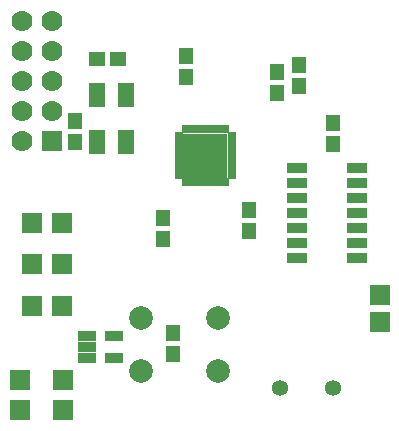
<source format=gbr>
%FSLAX23Y23*%
%MOIN*%
G04 EasyPC Gerber Version 17.0 Build 3379 *
%ADD120R,0.02181X0.02969*%
%ADD95R,0.04937X0.05291*%
%ADD123R,0.05724X0.08087*%
%ADD98R,0.06500X0.07000*%
%ADD97R,0.07000X0.07000*%
%ADD122R,0.14780X0.14780*%
%ADD104C,0.05343*%
%ADD99C,0.07000*%
%ADD96C,0.07890*%
%ADD121R,0.02969X0.02181*%
%ADD124R,0.06200X0.03200*%
%ADD119R,0.06787X0.03559*%
%ADD94R,0.05291X0.04937*%
X0Y0D02*
D02*
D94*
X3243Y1530D03*
X3313D03*
D02*
D95*
X3167Y1253D03*
Y1323D03*
X3461Y930D03*
Y1000D03*
X3495Y544D03*
Y614D03*
X3539Y1470D03*
Y1540D03*
X3747Y957D03*
Y1027D03*
X3840Y1417D03*
Y1487D03*
X3916Y1439D03*
Y1509D03*
X4029Y1245D03*
Y1315D03*
D02*
D96*
X3388Y490D03*
Y667D03*
X3644Y490D03*
Y667D03*
D02*
D97*
X2985Y358D03*
Y458D03*
X3025Y982D03*
X3025Y706D03*
Y844D03*
X3090Y1257D03*
X3125Y982D03*
X3125Y706D03*
Y844D03*
X3127Y358D03*
Y458D03*
D02*
D98*
X4186Y653D03*
Y743D03*
D02*
D99*
X2990Y1257D03*
Y1357D03*
Y1457D03*
Y1557D03*
Y1657D03*
X3090Y1357D03*
Y1457D03*
Y1557D03*
Y1657D03*
D02*
D104*
X3853Y433D03*
X4027D03*
D02*
D119*
X3909Y867D03*
Y917D03*
Y967D03*
Y1017D03*
Y1067D03*
Y1117D03*
Y1167D03*
X4107Y867D03*
Y917D03*
Y967D03*
Y1017D03*
Y1067D03*
Y1117D03*
Y1167D03*
D02*
D120*
X3534Y1118D03*
Y1297D03*
X3554Y1118D03*
Y1297D03*
X3574Y1118D03*
Y1297D03*
X3593Y1118D03*
Y1297D03*
X3613Y1118D03*
Y1297D03*
X3633Y1118D03*
Y1297D03*
X3653Y1118D03*
Y1297D03*
X3672Y1118D03*
Y1297D03*
D02*
D121*
X3514Y1138D03*
Y1158D03*
Y1178D03*
Y1197D03*
Y1217D03*
Y1237D03*
Y1256D03*
Y1276D03*
X3693Y1138D03*
Y1158D03*
Y1178D03*
Y1197D03*
Y1217D03*
Y1237D03*
Y1256D03*
Y1276D03*
D02*
D122*
X3603Y1207D03*
D02*
D123*
X3242Y1252D03*
Y1410D03*
X3337Y1252D03*
Y1410D03*
D02*
D124*
X3207Y532D03*
Y569D03*
Y606D03*
X3299Y532D03*
Y606D03*
X0Y0D02*
M02*

</source>
